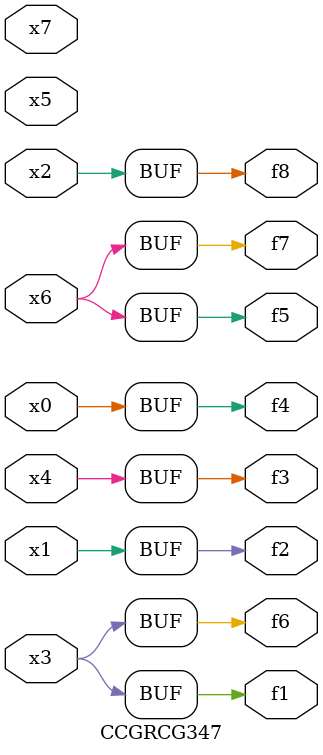
<source format=v>
module CCGRCG347(
	input x0, x1, x2, x3, x4, x5, x6, x7,
	output f1, f2, f3, f4, f5, f6, f7, f8
);
	assign f1 = x3;
	assign f2 = x1;
	assign f3 = x4;
	assign f4 = x0;
	assign f5 = x6;
	assign f6 = x3;
	assign f7 = x6;
	assign f8 = x2;
endmodule

</source>
